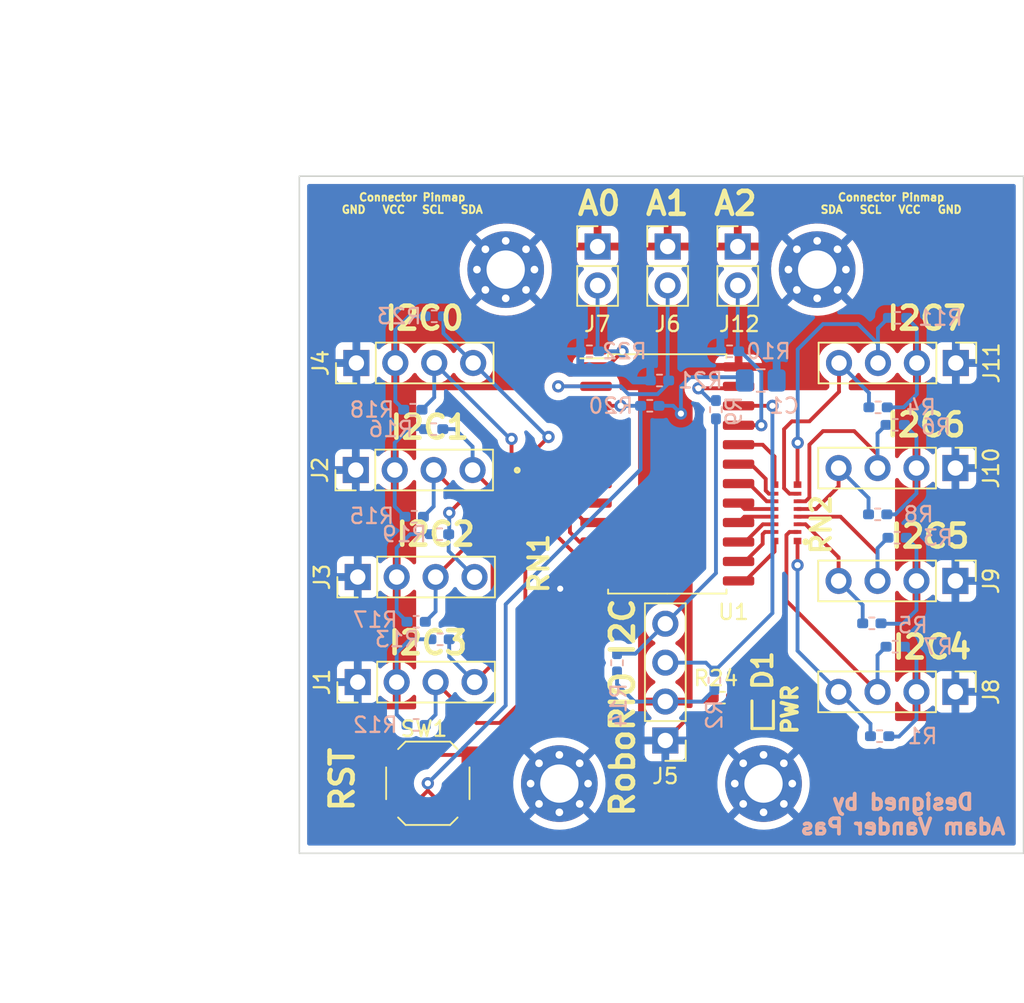
<source format=kicad_pcb>
(kicad_pcb (version 20211014) (generator pcbnew)
  (layers (0 "F.Cu" signal) (31 "B.Cu" signal) (34 "B.Paste" user) (35 "F.Paste" user) (36 "B.SilkS" user "B.Silkscreen") (37 "F.SilkS" user "F.Silkscreen") (38 "B.Mask" user) (39 "F.Mask" user) (44 "Edge.Cuts" user))
  (net 0 "")
  (net 1 "+3V3")
  (net 2 "GND")
  (net 3 "/A0")
  (net 4 "/SCL")
  (net 5 "/SDA")
  (net 6 "/A1")
  (net 7 "/A2")
  (net 8 "/SCL0")
  (net 9 "/SDA0")
  (net 10 "/SCL2")
  (net 11 "/SDA2")
  (net 12 "/SCL4")
  (net 13 "/SDA4")
  (net 14 "/SCL6")
  (net 15 "/SDA6")
  (net 16 "/SCL1")
  (net 17 "/SDA1")
  (net 18 "/SCL3")
  (net 19 "/SDA3")
  (net 20 "/SCL5")
  (net 21 "/SDA5")
  (net 22 "/SCL7")
  (net 23 "/SDA7")
  (net 24 "Net-(RN1-Pad9)")
  (net 25 "Net-(RN1-Pad10)")
  (net 26 "Net-(RN2-Pad11)")
  (net 27 "Net-(RN2-Pad12)")
  (net 28 "Net-(RN2-Pad13)")
  (net 29 "Net-(RN2-Pad14)")
  (net 30 "Net-(RN2-Pad15)")
  (net 31 "Net-(RN2-Pad16)")
  (net 32 "Net-(RN1-Pad11)")
  (net 33 "Net-(RN1-Pad12)")
  (net 34 "Net-(RN1-Pad13)")
  (net 35 "Net-(RN1-Pad14)")
  (net 36 "Net-(RN1-Pad15)")
  (net 37 "Net-(RN1-Pad16)")
  (net 38 "Net-(RN2-Pad9)")
  (net 39 "Net-(RN2-Pad10)")
  (net 40 "Net-(R9-Pad2)")
  (net 41 "Net-(R20-Pad2)")
  (net 42 "Net-(D1-Pad2)")
  (footprint "Connector_PinHeader_2.54mm:PinHeader_1x02_P2.54mm_Vertical" (layer "F.Cu") (at 137.566 58.948)
    (fp_text reference "J6")
    (fp_text value "Conn_01x02")
  )
  (footprint "SamacSys_Parts:LEDC1006X25N" (layer "F.Cu") (at 143.764 89.154 90)
    (fp_text reference "D1")
    (fp_text value "LED" hide)
  )
  (footprint "Connector_PinHeader_2.54mm:PinHeader_1x04_P2.54mm_Vertical" (layer "F.Cu") (at 156.337 88.011 -90)
    (fp_text reference "J8")
    (fp_text value "Conn_01x04")
  )
  (footprint "Connector_PinHeader_2.54mm:PinHeader_1x04_P2.54mm_Vertical" (layer "F.Cu") (at 117.348 80.518 90)
    (fp_text reference "J3")
    (fp_text value "Conn_01x04")
  )
  (footprint "Connector_PinHeader_2.54mm:PinHeader_1x04_P2.54mm_Vertical" (layer "F.Cu") (at 117.221 73.533 90)
    (fp_text reference "J2")
    (fp_text value "Conn_01x04")
  )
  (footprint "Resistor_SMD:R_0402_1005Metric_Pad0.72x0.64mm_HandSolder" (layer "F.Cu") (at 141.1345 88.392 180)
    (fp_text reference "R24")
    (fp_text value "200")
  )
  (footprint "MountingHole:MountingHole_2.5mm_Pad_Via" (layer "F.Cu") (at 147.32 60.452)
    (fp_text reference "REF2" hide)
    (fp_text value "MountingHole_Pad")
  )
  (footprint "Bitmaps:canman_soldermask" (layer "F.Cu") (at 156.464 93.98)
    (fp_text reference "G***" hide)
    (fp_text value "LOGO" hide)
  )
  (footprint "SamacSys_Parts:EXB2HV_1" (layer "F.Cu") (at 145.288 76.327 90)
    (fp_text reference "RN2")
    (fp_text value "R_Pack08" hide)
  )
  (footprint "Connector_PinHeader_2.54mm:PinHeader_1x02_P2.54mm_Vertical" (layer "F.Cu") (at 132.994 58.948)
    (fp_text reference "J7")
    (fp_text value "Conn_01x02")
  )
  (footprint "Connector_PinHeader_2.54mm:PinHeader_1x02_P2.54mm_Vertical" (layer "F.Cu") (at 142.138 58.948)
    (fp_text reference "J12")
    (fp_text value "Conn_01x02")
  )
  (footprint "Bitmaps:canman_copper" (layer "F.Cu") (at 156.464 93.98)
    (fp_text reference "G***" hide)
    (fp_text value "LOGO" hide)
  )
  (footprint "Connector_PinHeader_2.54mm:PinHeader_1x04_P2.54mm_Vertical" (layer "F.Cu") (at 156.3645 66.548 -90)
    (fp_text reference "J11")
    (fp_text value "Conn_01x04")
  )
  (footprint "Button_Switch_SMD:SW_SPST_SKQG_WithStem" (layer "F.Cu") (at 121.92 93.98)
    (fp_text reference "SW1")
    (fp_text value "SW_Push")
  )
  (footprint "MountingHole:MountingHole_2.5mm_Pad_Via" (layer "F.Cu") (at 143.82 94)
    (fp_text reference "REF3" hide)
    (fp_text value "MountingHole_Pad")
  )
  (footprint "MountingHole:MountingHole_2.5mm_Pad_Via" (layer "F.Cu") (at 127 60.452)
    (fp_text reference "REF4" hide)
    (fp_text value "MountingHole_Pad")
  )
  (footprint "Package_SO:SOIC-24W_7.5x15.4mm_P1.27mm" (layer "F.Cu") (at 137.541 73.787)
    (fp_text reference "U1")
    (fp_text value "PCA9548ADW")
  )
  (footprint "Connector_PinHeader_2.54mm:PinHeader_1x04_P2.54mm_Vertical" (layer "F.Cu") (at 156.337 73.406 -90)
    (fp_text reference "J10")
    (fp_text value "Conn_01x04")
  )
  (footprint "Connector_PinHeader_2.54mm:PinHeader_1x04_P2.54mm_Vertical" (layer "F.Cu") (at 137.414 91.186 180)
    (fp_text reference "J5")
    (fp_text value "Conn_01x04")
  )
  (footprint "Connector_PinHeader_2.54mm:PinHeader_1x04_P2.54mm_Vertical" (layer "F.Cu") (at 117.348 87.376 90)
    (fp_text reference "J1")
    (fp_text value "Conn_01x04")
  )
  (footprint "Connector_PinHeader_2.54mm:PinHeader_1x04_P2.54mm_Vertical" (layer "F.Cu") (at 117.2585 66.548 90)
    (fp_text reference "J4")
    (fp_text value "Conn_01x04")
  )
  (footprint "SamacSys_Parts:EXB2HV_1" (layer "F.Cu") (at 129.032 75.438 -90)
    (fp_text reference "RN1")
    (fp_text value "R_Pack08" hide)
  )
  (footprint "Connector_PinHeader_2.54mm:PinHeader_1x04_P2.54mm_Vertical" (layer "F.Cu") (at 156.337 80.772 -90)
    (fp_text reference "J9")
    (fp_text value "Conn_01x04")
  )
  (footprint "MountingHole:MountingHole_2.5mm_Pad_Via" (layer "F.Cu") (at 130.5 94)
    (fp_text reference "REF1" hide)
    (fp_text value "MountingHole_Pad")
  )
  (footprint "Resistor_SMD:R_0402_1005Metric_Pad0.72x0.64mm_HandSolder" (layer "B.Cu") (at 121.158 90.17)
    (fp_text reference "R12")
    (fp_text value "20k")
  )
  (footprint "Resistor_SMD:R_0402_1005Metric_Pad0.72x0.64mm_HandSolder" (layer "B.Cu") (at 122.7195 84.582)
    (fp_text reference "R13")
    (fp_text value "20k")
  )
  (footprint "Resistor_SMD:R_0402_1005Metric_Pad0.72x0.64mm_HandSolder" (layer "B.Cu") (at 151.267 76.429 180)
    (fp_text reference "R8")
    (fp_text value "20k")
  )
  (footprint "Resistor_SMD:R_0402_1005Metric_Pad0.72x0.64mm_HandSolder" (layer "B.Cu") (at 136.398 69.342 180)
    (fp_text reference "R20")
    (fp_text value "20k")
  )
  (footprint "Resistor_SMD:R_0402_1005Metric_Pad0.72x0.64mm_HandSolder" (layer "B.Cu") (at 122.301 70.866)
    (fp_text reference "R16")
    (fp_text value "20k")
  )
  (footprint "Resistor_SMD:R_0402_1005Metric_Pad0.72x0.64mm_HandSolder" (layer "B.Cu") (at 152.537 77.953 180)
    (fp_text reference "R3")
    (fp_text value "20k")
  )
  (footprint "Capacitor_SMD:C_0805_2012Metric_Pad1.18x1.45mm_HandSolder" (layer "B.Cu") (at 143.637 67.691)
    (fp_text reference "C1")
    (fp_text value "C")
  )
  (footprint "Resistor_SMD:R_0402_1005Metric_Pad0.72x0.64mm_HandSolder" (layer "B.Cu") (at 141.605 65.786 180)
    (fp_text reference "R10")
    (fp_text value "20k")
  )
  (footprint "Resistor_SMD:R_0402_1005Metric_Pad0.72x0.64mm_HandSolder" (layer "B.Cu") (at 152.41 70.587 180)
    (fp_text reference "R6")
    (fp_text value "20k")
  )
  (footprint "Resistor_SMD:R_0402_1005Metric_Pad0.72x0.64mm_HandSolder" (layer "B.Cu") (at 137.033 67.691 180)
    (fp_text reference "R21")
    (fp_text value "20k")
  )
  (footprint "Resistor_SMD:R_0402_1005Metric_Pad0.72x0.64mm_HandSolder" (layer "B.Cu") (at 151.2945 69.444 180)
    (fp_text reference "R4")
    (fp_text value "20k")
  )
  (footprint "Resistor_SMD:R_0402_1005Metric_Pad0.72x0.64mm_HandSolder" (layer "B.Cu") (at 140.716 69.596 90)
    (fp_text reference "R9")
    (fp_text value "33")
  )
  (footprint "Resistor_SMD:R_0402_1005Metric_Pad0.72x0.64mm_HandSolder" (layer "B.Cu") (at 122.3385 63.5)
    (fp_text reference "R23")
    (fp_text value "20k")
  )
  (footprint "Resistor_SMD:R_0402_1005Metric_Pad0.72x0.64mm_HandSolder" (layer "B.Cu") (at 120.9415 69.596)
    (fp_text reference "R18")
    (fp_text value "20k")
  )
  (footprint "Resistor_SMD:R_0402_1005Metric_Pad0.72x0.64mm_HandSolder" (layer "B.Cu") (at 152.41 85.065 180)
    (fp_text reference "R7")
    (fp_text value "20k")
  )
  (footprint "Resistor_SMD:R_0402_1005Metric_Pad0.72x0.64mm_HandSolder" (layer "B.Cu") (at 140.614 87.259 90)
    (fp_text reference "R2")
    (fp_text value "1k")
  )
  (footprint "Resistor_SMD:R_0402_1005Metric_Pad0.72x0.64mm_HandSolder" (layer "B.Cu") (at 121.031 76.581)
    (fp_text reference "R15")
    (fp_text value "20k")
  )
  (footprint "Resistor_SMD:R_0402_1005Metric_Pad0.72x0.64mm_HandSolder" (layer "B.Cu") (at 134.264 86.116 90)
    (fp_text reference "R14")
    (fp_text value "1k")
  )
  (footprint "Resistor_SMD:R_0402_1005Metric_Pad0.72x0.64mm_HandSolder" (layer "B.Cu") (at 151.394 90.907 180)
    (fp_text reference "R1")
    (fp_text value "20k")
  )
  (footprint "Resistor_SMD:R_0402_1005Metric_Pad0.72x0.64mm_HandSolder" (layer "B.Cu") (at 152.5645 63.602 180)
    (fp_text reference "R11")
    (fp_text value "20k")
  )
  (footprint "Resistor_SMD:R_0402_1005Metric_Pad0.72x0.64mm_HandSolder" (layer "B.Cu") (at 132.461 65.786 180)
    (fp_text reference "R22")
    (fp_text value "20k")
  )
  (footprint "Resistor_SMD:R_0402_1005Metric_Pad0.72x0.64mm_HandSolder" (layer "B.Cu") (at 122.682 77.724)
    (fp_text reference "R19")
    (fp_text value "20k")
  )
  (footprint "Resistor_SMD:R_0402_1005Metric_Pad0.72x0.64mm_HandSolder" (layer "B.Cu") (at 150.886 83.541 180)
    (fp_text reference "R5")
    (fp_text value "20k")
  )
  (footprint "Resistor_SMD:R_0402_1005Metric_Pad0.72x0.64mm_HandSolder" (layer "B.Cu") (at 121.158 83.439)
    (fp_text reference "R17")
    (fp_text value "20k")
  )
  (gr_rect (start 113.538 54.356) (end 160.782 98.552) (layer "Edge.Cuts") (width 0.1) (fill none))
  (gr_text "Designed by\nAdam Vander Pas" (at 152.908 96.012) (layer "B.SilkS") (effects (font (size 1 1) (thickness 0.25)) (justify mirror)))
  (gr_text "I2C1" (at 122.047 70.739) (layer "F.SilkS") (effects (font (size 1.5 1.5) (thickness 0.3))))
  (gr_text "A1" (at 137.541 56.134) (layer "F.SilkS") (effects (font (size 1.5 1.5) (thickness 0.3))))
  (gr_text "I2C3" (at 121.93 84.811) (layer "F.SilkS") (effects (font (size 1.5 1.5) (thickness 0.3))))
  (gr_text "Connector Pinmap\nSDA   SCL   VCC   GND" (at 152.146 56.134) (layer "F.SilkS") (effects (font (size 0.5 0.5) (thickness 0.125))))
  (gr_text "PWR" (at 145.542 89.154 90) (layer "F.SilkS") (effects (font (size 1 1) (thickness 0.25))))
  (gr_text "Connector Pinmap\nGND   VCC   SCL   SDA" (at 120.904 56.134) (layer "F.SilkS") (effects (font (size 0.5 0.5) (thickness 0.125))))
  (gr_text "RoboRIO I2C" (at 134.62 89.027 90) (layer "F.SilkS") (effects (font (size 1.5 1.5) (thickness 0.3))))
  (gr_text "I2C0" (at 121.7035 63.627) (layer "F.SilkS") (effects (font (size 1.5 1.5) (thickness 0.3))))
  (gr_text "I2C6" (at 154.432 70.587) (layer "F.SilkS") (effects (font (size 1.5 1.5) (thickness 0.3))))
  (gr_text "RST" (at 116.332 93.726 90) (layer "F.SilkS") (effects (font (size 1.5 1.5) (thickness 0.3))))
  (gr_text "I2C5" (at 154.686 77.851) (layer "F.SilkS") (effects (font (size 1.5 1.5) (thickness 0.3))))
  (gr_text "A0" (at 133.096 56.134) (layer "F.SilkS") (effects (font (size 1.5 1.5) (thickness 0.3))))
  (gr_text "A2" (at 141.986 56.134) (layer "F.SilkS") (effects (font (size 1.5 1.5) (thickness 0.3))))
  (gr_text "I2C7" (at 154.4595 63.627) (layer "F.SilkS") (effects (font (size 1.5 1.5) (thickness 0.3))))
  (gr_text "I2C2" (at 122.428 77.724) (layer "F.SilkS") (effects (font (size 1.5 1.5) (thickness 0.3))))
  (gr_text "I2C4" (at 154.813 85.09) (layer "F.SilkS") (effects (font (size 1.5 1.5) (thickness 0.3))))
  (segment (start 140.537 88.392) (end 140.283 88.646) (width 0.25) (layer "F.Cu") (net 1))
  (segment (start 140.283 88.646) (end 137.414 88.646) (width 0.25) (layer "F.Cu") (net 1))
  (via (at 138.43 69.85) (size 0.8) (drill 0.4) (layers "F.Cu" "B.Cu") (net 1))
  (segment (start 139.8245 88.646) (end 137.414 88.646) (width 0.25) (layer "B.Cu") (net 1))
  (segment (start 122.122 84.582) (end 120.762 84.582) (width 0.25) (layer "B.Cu") (net 1))
  (segment (start 153.797 78.6155) (end 153.797 80.772) (width 0.25) (layer "B.Cu") (net 1))
  (segment (start 121.741 63.5) (end 120.6875 63.5) (width 0.25) (layer "B.Cu") (net 1))
  (segment (start 119.888 78.613) (end 119.888 80.518) (width 0.25) (layer "B.Cu") (net 1))
  (segment (start 153.162 63.602) (end 153.8245 64.2645) (width 0.25) (layer "B.Cu") (net 1))
  (segment (start 137.922 69.342) (end 138.303 69.723) (width 0.25) (layer "B.Cu") (net 1))
  (segment (start 153.8245 68.58) (end 153.8245 66.548) (width 0.25) (layer "B.Cu") (net 1))
  (segment (start 119.7985 69.0505) (end 119.7985 66.548) (width 0.25) (layer "B.Cu") (net 1))
  (segment (start 120.65 70.866) (end 119.761 71.755) (width 0.25) (layer "B.Cu") (net 1))
  (segment (start 120.5605 90.17) (end 119.888 89.4975) (width 0.25) (layer "B.Cu") (net 1))
  (segment (start 153.1345 77.953) (end 153.797 78.6155) (width 0.25) (layer "B.Cu") (net 1))
  (segment (start 136.9955 69.342) (end 137.922 69.342) (width 0.25) (layer "B.Cu") (net 1))
  (segment (start 120.6875 63.5) (end 119.7985 64.389) (width 0.25) (layer "B.Cu") (net 1))
  (segment (start 122.0845 77.724) (end 120.777 77.724) (width 0.25) (layer "B.Cu") (net 1))
  (segment (start 151.8645 76.429) (end 152.425 76.429) (width 0.25) (layer "B.Cu") (net 1))
  (segment (start 153.797 82.677) (end 153.797 80.772) (width 0.25) (layer "B.Cu") (net 1))
  (segment (start 119.761 75.9085) (end 119.761 73.533) (width 0.25) (layer "B.Cu") (net 1))
  (segment (start 120.762 84.582) (end 119.888 85.456) (width 0.25) (layer "B.Cu") (net 1))
  (segment (start 135.397 88.646) (end 137.414 88.646) (width 0.25) (layer "B.Cu") (net 1))
  (segment (start 139.027511 67.474489) (end 138.43 68.072) (width 0.25) (layer "B.Cu") (net 1))
  (segment (start 152.425 76.429) (end 153.797 75.057) (width 0.25) (layer "B.Cu") (net 1))
  (segment (start 119.888 89.4975) (end 119.888 87.376) (width 0.25) (layer "B.Cu") (net 1))
  (segment (start 153.797 75.057) (end 153.797 73.406) (width 0.25) (layer "B.Cu") (net 1))
  (segment (start 152.908 83.566) (end 153.797 82.677) (width 0.25) (layer "B.Cu") (net 1))
  (segment (start 142.5995 67.691) (end 142.382989 67.474489) (width 0.25) (layer "B.Cu") (net 1))
  (segment (start 121.7035 70.866) (end 120.65 70.866) (width 0.25) (layer "B.Cu") (net 1))
  (segment (start 152.9605 69.444) (end 153.8245 68.58) (width 0.25) (layer "B.Cu") (net 1))
  (segment (start 119.7985 64.389) (end 119.7985 66.548) (width 0.25) (layer "B.Cu") (net 1))
  (segment (start 120.777 77.724) (end 119.888 78.613) (width 0.25) (layer "B.Cu") (net 1))
  (segment (start 153.797 89.789) (end 153.797 88.011) (width 0.25) (layer "B.Cu") (net 1))
  (segment (start 142.382989 67.474489) (end 139.027511 67.474489) (width 0.25) (layer "B.Cu") (net 1))
  (segment (start 134.264 87.513) (end 135.397 88.646) (width 0.25) (layer "B.Cu") (net 1))
  (segment (start 138.43 68.072) (end 138.43 69.85) (width 0.25) (layer "B.Cu") (net 1))
  (segment (start 153.8245 64.2645) (end 153.8245 66.548) (width 0.25) (layer "B.Cu") (net 1))
  (segment (start 152.0165 90.932) (end 152.654 90.932) (width 0.25) (layer "B.Cu") (net 1))
  (segment (start 119.888 82.7665) (end 119.888 80.518) (width 0.25) (layer "B.Cu") (net 1))
  (segment (start 120.5605 83.439) (end 119.888 82.7665) (width 0.25) (layer "B.Cu") (net 1))
  (segment (start 151.892 69.444) (end 152.9605 69.444) (width 0.25) (layer "B.Cu") (net 1))
  (segment (start 119.888 85.456) (end 119.888 87.376) (width 0.25) (layer "B.Cu") (net 1))
  (segment (start 151.4835 83.541) (end 151.5085 83.566) (width 0.25) (layer "B.Cu") (net 1))
  (segment (start 151.9915 90.907) (end 152.0165 90.932) (width 0.25) (layer "B.Cu") (net 1))
  (segment (start 120.4335 76.581) (end 119.761 75.9085) (width 0.25) (layer "B.Cu") (net 1))
  (segment (start 138.303 69.723) (end 138.43 69.85) (width 0.25) (layer "B.Cu") (net 1))
  (segment (start 140.614 87.8565) (end 139.8245 88.646) (width 0.25) (layer "B.Cu") (net 1))
  (segment (start 151.5085 83.566) (end 152.908 83.566) (width 0.25) (layer "B.Cu") (net 1))
  (segment (start 153.0075 70.587) (end 153.797 71.3765) (width 0.25) (layer "B.Cu") (net 1))
  (segment (start 134.264 86.7135) (end 134.264 87.513) (width 0.25) (layer "B.Cu") (net 1))
  (segment (start 120.344 69.596) (end 119.7985 69.0505) (width 0.25) (layer "B.Cu") (net 1))
  (segment (start 119.761 71.755) (end 119.761 73.533) (width 0.25) (layer "B.Cu") (net 1))
  (segment (start 153.797 71.3765) (end 153.797 73.406) (width 0.25) (layer "B.Cu") (net 1))
  (segment (start 152.654 90.932) (end 153.797 89.789) (width 0.25) (layer "B.Cu") (net 1))
  (segment (start 153.797 85.8545) (end 153.797 88.011) (width 0.25) (layer "B.Cu") (net 1))
  (segment (start 153.0075 85.065) (end 153.797 85.8545) (width 0.25) (layer "B.Cu") (net 1))
  (segment (start 118.82 92.13) (end 125.02 92.13) (width 0.25) (layer "F.Cu") (net 2))
  (segment (start 143.764 89.704) (end 138.896 89.704) (width 0.25) (layer "F.Cu") (net 2))
  (segment (start 138.896 89.704) (end 137.414 91.186) (width 0.25) (layer "F.Cu") (net 2))
  (segment (start 132.383 81.28) (end 130.556 81.28) (width 0.25) (layer "F.Cu") (net 2))
  (segment (start 117.348 90.658) (end 118.82 92.13) (width 0.25) (layer "F.Cu") (net 2))
  (segment (start 117.348 87.376) (end 117.348 90.658) (width 0.25) (layer "F.Cu") (net 2))
  (segment (start 132.891 80.772) (end 132.383 81.28) (width 0.25) (layer "F.Cu") (net 2))
  (via (at 130.556 81.28) (size 0.8) (drill 0.4) (layers "F.Cu" "B.Cu") (net 2))
  (segment (start 132.891 66.802) (end 133.604 66.802) (width 0.25) (layer "F.Cu") (net 3))
  (segment (start 133.604 66.802) (end 134.62 65.786) (width 0.25) (layer "F.Cu") (net 3))
  (via (at 134.62 65.786) (size 0.8) (drill 0.4) (layers "F.Cu" "B.Cu") (net 3))
  (segment (start 134.62 65.786) (end 133.0585 65.786) (width 0.25) (layer "B.Cu") (net 3))
  (segment (start 132.994 65.7215) (end 132.994 61.488) (width 0.25) (layer "B.Cu") (net 3))
  (segment (start 133.0585 65.786) (end 132.994 65.7215) (width 0.25) (layer "B.Cu") (net 3))
  (segment (start 142.191 69.342) (end 144.399 69.342) (width 0.25) (layer "F.Cu") (net 4))
  (via (at 144.399 69.342) (size 0.8) (drill 0.4) (layers "F.Cu" "B.Cu") (net 4))
  (segment (start 140.0585 86.106) (end 137.414 86.106) (width 0.25) (layer "B.Cu") (net 4))
  (segment (start 140.614 86.6615) (end 140.0585 86.106) (width 0.25) (layer "B.Cu") (net 4))
  (segment (start 144.399 82.8765) (end 140.614 86.6615) (width 0.25) (layer "B.Cu") (net 4))
  (segment (start 144.399 69.342) (end 144.399 82.8765) (width 0.25) (layer "B.Cu") (net 4))
  (segment (start 135.4615 85.5185) (end 137.414 83.566) (width 0.25) (layer "B.Cu") (net 5))
  (segment (start 134.264 85.5185) (end 135.4615 85.5185) (width 0.25) (layer "B.Cu") (net 5))
  (segment (start 140.716 70.1935) (end 140.716 80.264) (width 0.25) (layer "B.Cu") (net 5))
  (segment (start 140.716 80.264) (end 137.414 83.566) (width 0.25) (layer "B.Cu") (net 5))
  (segment (start 130.429 68.072) (end 132.891 68.072) (width 0.25) (layer "F.Cu") (net 6))
  (via (at 130.429 68.072) (size 0.8) (drill 0.4) (layers "F.Cu" "B.Cu") (net 6))
  (segment (start 137.6305 67.8555) (end 136.906 68.58) (width 0.25) (layer "B.Cu") (net 6))
  (segment (start 137.6305 67.691) (end 137.6305 67.8555) (width 0.25) (layer "B.Cu") (net 6))
  (segment (start 136.906 68.58) (end 135.001 68.58) (width 0.25) (layer "B.Cu") (net 6))
  (segment (start 137.566 67.6265) (end 137.566 61.488) (width 0.25) (layer "B.Cu") (net 6))
  (segment (start 137.668 67.7285) (end 137.6305 67.691) (width 0.25) (layer "B.Cu") (net 6))
  (segment (start 135.001 68.58) (end 134.493 68.072) (width 0.25) (layer "B.Cu") (net 6))
  (segment (start 134.493 68.072) (end 130.429 68.072) (width 0.25) (layer "B.Cu") (net 6))
  (segment (start 137.6305 67.691) (end 137.566 67.6265) (width 0.25) (layer "B.Cu") (net 6))
  (segment (start 142.191 70.612) (end 143.6745 70.612) (width 0.25) (layer "F.Cu") (net 7))
  (via (at 143.6745 70.612) (size 0.8) (drill 0.4) (layers "F.Cu" "B.Cu") (net 7))
  (segment (start 142.319493 65.786) (end 142.2025 65.786) (width 0.25) (layer "B.Cu") (net 7))
  (segment (start 142.24 65.8235) (end 142.2025 65.786) (width 0.25) (layer "B.Cu") (net 7))
  (segment (start 143.6745 70.612) (end 143.6745 67.141007) (width 0.25) (layer "B.Cu") (net 7))
  (segment (start 142.138 65.7215) (end 142.138 61.488) (width 0.25) (layer "B.Cu") (net 7))
  (segment (start 142.2025 65.786) (end 142.138 65.7215) (width 0.25) (layer "B.Cu") (net 7))
  (segment (start 143.6745 67.141007) (end 142.319493 65.786) (width 0.25) (layer "B.Cu") (net 7))
  (segment (start 128.282 74.188) (end 127.757978 74.188) (width 0.25) (layer "F.Cu") (net 8))
  (segment (start 127.757978 74.188) (end 127.381 73.811022) (width 0.25) (layer "F.Cu") (net 8))
  (segment (start 127.381 73.811022) (end 127.381 71.501) (width 0.25) (layer "F.Cu") (net 8))
  (via (at 127.381 71.501) (size 0.8) (drill 0.4) (layers "F.Cu" "B.Cu") (net 8))
  (segment (start 122.3385 68.7965) (end 122.3385 66.548) (width 0.25) (layer "B.Cu") (net 8))
  (segment (start 127.2915 71.501) (end 122.3385 66.548) (width 0.25) (layer "B.Cu") (net 8))
  (segment (start 127.381 71.501) (end 127.2915 71.501) (width 0.25) (layer "B.Cu") (net 8))
  (segment (start 121.539 69.596) (end 122.3385 68.7965) (width 0.25) (layer "B.Cu") (net 8))
  (segment (start 128.282 73.6005) (end 128.282 72.886) (width 0.25) (layer "F.Cu") (net 9))
  (segment (start 128.282 72.886) (end 129.794 71.374) (width 0.25) (layer "F.Cu") (net 9))
  (via (at 129.794 71.374) (size 0.8) (drill 0.4) (layers "F.Cu" "B.Cu") (net 9))
  (segment (start 122.936 64.6055) (end 124.8785 66.548) (width 0.25) (layer "B.Cu") (net 9))
  (segment (start 122.936 63.5) (end 122.936 64.6055) (width 0.25) (layer "B.Cu") (net 9))
  (segment (start 129.794 71.374) (end 129.7045 71.374) (width 0.25) (layer "B.Cu") (net 9))
  (segment (start 129.7045 71.374) (end 124.8785 66.548) (width 0.25) (layer "B.Cu") (net 9))
  (segment (start 126.758 76.188) (end 122.428 80.518) (width 0.25) (layer "F.Cu") (net 10))
  (segment (start 128.282 76.188) (end 126.758 76.188) (width 0.25) (layer "F.Cu") (net 10))
  (segment (start 122.428 82.7665) (end 122.428 80.518) (width 0.25) (layer "B.Cu") (net 10))
  (segment (start 121.7555 83.439) (end 122.428 82.7665) (width 0.25) (layer "B.Cu") (net 10))
  (segment (start 128.282 75.688) (end 123.956 75.688) (width 0.25) (layer "F.Cu") (net 11))
  (segment (start 123.956 75.688) (end 123.317 76.327) (width 0.25) (layer "F.Cu") (net 11))
  (via (at 123.317 76.327) (size 0.8) (drill 0.4) (layers "F.Cu" "B.Cu") (net 11))
  (segment (start 123.317 76.327) (end 123.317 77.6865) (width 0.25) (layer "B.Cu") (net 11))
  (segment (start 123.2795 78.8295) (end 124.968 80.518) (width 0.25) (layer "B.Cu") (net 11))
  (segment (start 123.2795 77.724) (end 123.2795 78.8295) (width 0.25) (layer "B.Cu") (net 11))
  (segment (start 123.317 77.6865) (end 123.2795 77.724) (width 0.25) (layer "B.Cu") (net 11))
  (segment (start 145.513978 77.577) (end 145.313489 77.777489) (width 0.25) (layer "F.Cu") (net 12))
  (segment (start 146.038 77.577) (end 145.513978 77.577) (width 0.25) (layer "F.Cu") (net 12))
  (segment (start 145.313489 77.777489) (end 145.313489 82.067489) (width 0.25) (layer "F.Cu") (net 12))
  (segment (start 145.313489 82.067489) (end 151.257 88.011) (width 0.25) (layer "F.Cu") (net 12))
  (segment (start 151.257 85.6205) (end 151.257 88.011) (width 0.25) (layer "B.Cu") (net 12))
  (segment (start 151.8125 85.065) (end 151.257 85.6205) (width 0.25) (layer "B.Cu") (net 12))
  (segment (start 146.038 78.1645) (end 146.038 79.744) (width 0.25) (layer "F.Cu") (net 13))
  (via (at 146.038 79.744) (size 0.8) (drill 0.4) (layers "F.Cu" "B.Cu") (net 13))
  (segment (start 146.038 79.744) (end 146.038 85.332) (width 0.25) (layer "B.Cu") (net 13))
  (segment (start 150.7965 90.0905) (end 148.717 88.011) (width 0.25) (layer "B.Cu") (net 13))
  (segment (start 146.038 85.332) (end 148.717 88.011) (width 0.25) (layer "B.Cu") (net 13))
  (segment (start 150.7965 90.907) (end 150.7965 90.0905) (width 0.25) (layer "B.Cu") (net 13))
  (segment (start 146.812 75.327022) (end 146.812 71.882) (width 0.25) (layer "F.Cu") (net 14))
  (segment (start 146.038 75.577) (end 146.562022 75.577) (width 0.25) (layer "F.Cu") (net 14))
  (segment (start 146.812 71.882) (end 147.701 70.993) (width 0.25) (layer "F.Cu") (net 14))
  (segment (start 146.562022 75.577) (end 146.812 75.327022) (width 0.25) (layer "F.Cu") (net 14))
  (segment (start 147.701 70.993) (end 149.733 70.993) (width 0.25) (layer "F.Cu") (net 14))
  (segment (start 151.257 72.517) (end 151.257 73.406) (width 0.25) (layer "F.Cu") (net 14))
  (segment (start 149.733 70.993) (end 151.257 72.517) (width 0.25) (layer "F.Cu") (net 14))
  (segment (start 151.257 71.1425) (end 151.257 73.406) (width 0.25) (layer "B.Cu") (net 14))
  (segment (start 151.8125 70.587) (end 151.257 71.1425) (width 0.25) (layer "B.Cu") (net 14))
  (segment (start 146.038 76.077) (end 147.248081 76.077) (width 0.25) (layer "F.Cu") (net 15))
  (segment (start 148.717 74.608081) (end 148.717 73.406) (width 0.25) (layer "F.Cu") (net 15))
  (segment (start 147.248081 76.077) (end 148.717 74.608081) (width 0.25) (layer "F.Cu") (net 15))
  (segment (start 150.6695 75.3585) (end 148.717 73.406) (width 0.25) (layer "B.Cu") (net 15))
  (segment (start 150.6695 76.429) (end 150.6695 75.3585) (width 0.25) (layer "B.Cu") (net 15))
  (segment (start 128.282 75.188) (end 123.956 75.188) (width 0.25) (layer "F.Cu") (net 16))
  (segment (start 123.956 75.188) (end 122.301 73.533) (width 0.25) (layer "F.Cu") (net 16))
  (segment (start 121.6285 76.581) (end 122.301 75.9085) (width 0.25) (layer "B.Cu") (net 16))
  (segment (start 122.301 75.9085) (end 122.301 73.533) (width 0.25) (layer "B.Cu") (net 16))
  (segment (start 128.282 74.688) (end 125.996 74.688) (width 0.25) (layer "F.Cu") (net 17))
  (segment (start 125.996 74.688) (end 124.841 73.533) (width 0.25) (layer "F.Cu") (net 17))
  (segment (start 124.841 72.009) (end 123.698 70.866) (width 0.25) (layer "B.Cu") (net 17))
  (segment (start 124.841 73.533) (end 124.841 72.009) (width 0.25) (layer "B.Cu") (net 17))
  (segment (start 123.698 70.866) (end 122.8985 70.866) (width 0.25) (layer "B.Cu") (net 17))
  (segment (start 126.619 90.043) (end 125.095 90.043) (width 0.25) (layer "F.Cu") (net 18))
  (segment (start 125.095 90.043) (end 122.428 87.376) (width 0.25) (layer "F.Cu") (net 18))
  (segment (start 128.282 77.2755) (end 128.282 88.38) (width 0.25) (layer "F.Cu") (net 18))
  (segment (start 128.282 88.38) (end 126.619 90.043) (width 0.25) (layer "F.Cu") (net 18))
  (segment (start 121.7555 90.17) (end 122.428 89.4975) (width 0.25) (layer "B.Cu") (net 18))
  (segment (start 122.428 89.4975) (end 122.428 87.376) (width 0.25) (layer "B.Cu") (net 18))
  (segment (start 126.142511 78.303467) (end 126.142511 86.201489) (width 0.25) (layer "F.Cu") (net 19))
  (segment (start 128.282 76.688) (end 127.757978 76.688) (width 0.25) (layer "F.Cu") (net 19))
  (segment (start 126.142511 86.201489) (end 124.968 87.376) (width 0.25) (layer "F.Cu") (net 19))
  (segment (start 127.757978 76.688) (end 126.142511 78.303467) (width 0.25) (layer "F.Cu") (net 19))
  (segment (start 123.317 85.725) (end 124.968 87.376) (width 0.25) (layer "B.Cu") (net 19))
  (segment (start 123.317 84.582) (end 123.317 85.725) (width 0.25) (layer "B.Cu") (net 19))
  (segment (start 151.257 78.994) (end 151.257 80.772) (width 0.25) (layer "F.Cu") (net 20))
  (segment (start 146.038 76.577) (end 148.84 76.577) (width 0.25) (layer "F.Cu") (net 20))
  (segment (start 148.84 76.577) (end 151.257 78.994) (width 0.25) (layer "F.Cu") (net 20))
  (segment (start 151.257 78.6355) (end 151.257 80.772) (width 0.25) (layer "B.Cu") (net 20))
  (segment (start 151.9395 77.953) (end 151.257 78.6355) (width 0.25) (layer "B.Cu") (net 20))
  (segment (start 146.562022 77.077) (end 148.717 79.231978) (width 0.25) (layer "F.Cu") (net 21))
  (segment (start 148.717 79.231978) (end 148.717 80.772) (width 0.25) (layer "F.Cu") (net 21))
  (segment (start 146.038 77.077) (end 146.562022 77.077) (width 0.25) (layer "F.Cu") (net 21))
  (segment (start 150.2885 83.541) (end 150.2885 82.3435) (width 0.25) (layer "B.Cu") (net 21))
  (segment (start 150.2885 82.3435) (end 148.717 80.772) (width 0.25) (layer "B.Cu") (net 21))
  (segment (start 146.038 74.4895) (end 146.038 71.767) (width 0.25) (layer "F.Cu") (net 22))
  (segment (start 146.038 71.767) (end 146.05 71.755) (width 0.25) (layer "F.Cu") (net 22))
  (via (at 146.05 71.755) (size 0.8) (drill 0.4) (layers "F.Cu" "B.Cu") (net 22))
  (segment (start 151.2845 64.2845) (end 151.2845 66.548) (width 0.25) (layer "B.Cu") (net 22))
  (segment (start 146.05 71.755) (end 146.05 65.659) (width 0.25) (layer "B.Cu") (net 22))
  (segment (start 146.05 65.659) (end 147.701 64.008) (width 0.25) (layer "B.Cu") (net 22))
  (segment (start 151.2845 65.3055) (end 151.2845 66.548) (width 0.25) (layer "B.Cu") (net 22))
  (segment (start 147.701 64.008) (end 149.987 64.008) (width 0.25) (layer "B.Cu") (net 22))
  (segment (start 149.987 64.008) (end 151.2845 65.3055) (width 0.25) (layer "B.Cu") (net 22))
  (segment (start 151.967 63.602) (end 151.2845 64.2845) (width 0.25) (layer "B.Cu") (net 22))
  (segment (start 145.161 70.866) (end 145.669 70.358) (width 0.25) (layer "F.Cu") (net 23))
  (segment (start 148.7445 68.4255) (end 148.7445 66.548) (width 0.25) (layer "F.Cu") (net 23))
  (segment (start 146.812 70.358) (end 148.7445 68.4255) (width 0.25) (layer "F.Cu") (net 23))
  (segment (start 145.669 70.358) (end 146.812 70.358) (width 0.25) (layer "F.Cu") (net 23))
  (segment (start 145.161 74.724022) (end 145.161 70.866) (width 0.25) (layer "F.Cu") (net 23))
  (segment (start 145.513978 75.077) (end 145.161 74.724022) (width 0.25) (layer "F.Cu") (net 23))
  (segment (start 146.038 75.077) (end 145.513978 75.077) (width 0.25) (layer "F.Cu") (net 23))
  (segment (start 150.697 68.5005) (end 148.7445 66.548) (width 0.25) (layer "B.Cu") (net 23))
  (segment (start 150.697 69.444) (end 150.697 68.5005) (width 0.25) (layer "B.Cu") (net 23))
  (segment (start 132.891 79.502) (end 132.0085 79.502) (width 0.25) (layer "F.Cu") (net 24))
  (segment (start 132.0085 79.502) (end 129.782 77.2755) (width 0.25) (layer "F.Cu") (net 24))
  (segment (start 132.891 78.232) (end 131.826 78.232) (width 0.25) (layer "F.Cu") (net 25))
  (segment (start 131.044 76.688) (end 129.782 76.688) (width 0.25) (layer "F.Cu") (net 25))
  (segment (start 131.826 78.232) (end 131.191 77.597) (width 0.25) (layer "F.Cu") (net 25))
  (segment (start 131.191 77.597) (end 131.191 76.835) (width 0.25) (layer "F.Cu") (net 25))
  (segment (start 131.191 76.835) (end 131.044 76.688) (width 0.25) (layer "F.Cu") (net 25))
  (segment (start 142.191 74.422) (end 142.874282 74.422) (width 0.25) (layer "F.Cu") (net 26))
  (segment (start 144.029282 75.577) (end 144.538 75.577) (width 0.25) (layer "F.Cu") (net 26))
  (segment (start 142.874282 74.422) (end 144.029282 75.577) (width 0.25) (layer "F.Cu") (net 26))
  (segment (start 142.576 76.077) (end 144.538 76.077) (width 0.25) (layer "F.Cu") (net 27))
  (segment (start 142.191 75.692) (end 142.576 76.077) (width 0.25) (layer "F.Cu") (net 27))
  (segment (start 142.191 76.962) (end 142.576 76.577) (width 0.25) (layer "F.Cu") (net 28))
  (segment (start 142.576 76.577) (end 144.538 76.577) (width 0.25) (layer "F.Cu") (net 28))
  (segment (start 142.191 78.232) (end 142.621 78.232) (width 0.25) (layer "F.Cu") (net 29))
  (segment (start 142.621 78.232) (end 143.776 77.077) (width 0.25) (layer "F.Cu") (net 29))
  (segment (start 143.776 77.077) (end 144.538 77.077) (width 0.25) (layer "F.Cu") (net 29))
  (segment (start 142.191 79.502) (end 142.617072 79.502) (width 0.25) (layer "F.Cu") (net 30))
  (segment (start 143.764359 78.354713) (end 143.764359 77.724359) (width 0.25) (layer "F.Cu") (net 30))
  (segment (start 142.617072 79.502) (end 143.764359 78.354713) (width 0.25) (layer "F.Cu") (net 30))
  (segment (start 143.764359 77.724359) (end 143.911718 77.577) (width 0.25) (layer "F.Cu") (net 30))
  (segment (start 143.911718 77.577) (end 144.538 77.577) (width 0.25) (layer "F.Cu") (net 30))
  (segment (start 142.617072 80.772) (end 144.538 78.851072) (width 0.25) (layer "F.Cu") (net 31))
  (segment (start 144.538 78.851072) (end 144.538 78.1645) (width 0.25) (layer "F.Cu") (net 31))
  (segment (start 142.191 80.772) (end 142.617072 80.772) (width 0.25) (layer "F.Cu") (net 31))
  (segment (start 132.891 76.962) (end 132.207 76.962) (width 0.25) (layer "F.Cu") (net 32))
  (segment (start 132.207 76.962) (end 131.433 76.188) (width 0.25) (layer "F.Cu") (net 32))
  (segment (start 131.433 76.188) (end 129.782 76.188) (width 0.25) (layer "F.Cu") (net 32))
  (segment (start 132.891 75.692) (end 132.887 75.688) (width 0.25) (layer "F.Cu") (net 33))
  (segment (start 132.887 75.688) (end 129.782 75.688) (width 0.25) (layer "F.Cu") (net 33))
  (segment (start 131.343458 74.422) (end 130.577458 75.188) (width 0.25) (layer "F.Cu") (net 34))
  (segment (start 132.891 74.422) (end 131.343458 74.422) (width 0.25) (layer "F.Cu") (net 34))
  (segment (start 130.577458 75.188) (end 129.782 75.188) (width 0.25) (layer "F.Cu") (net 34))
  (segment (start 131.196364 73.152) (end 131.066682 73.281682) (width 0.25) (layer "F.Cu") (net 35))
  (segment (start 132.891 73.152) (end 131.196364 73.152) (width 0.25) (layer "F.Cu") (net 35))
  (segment (start 131.066682 73.281682) (end 131.066682 74.063058) (width 0.25) (layer "F.Cu") (net 35))
  (segment (start 131.066682 74.063058) (end 130.44174 74.688) (width 0.25) (layer "F.Cu") (net 35))
  (segment (start 130.44174 74.688) (end 129.782 74.688) (width 0.25) (layer "F.Cu") (net 35))
  (segment (start 130.556 73.156646) (end 131.830646 71.882) (width 0.25) (layer "F.Cu") (net 36))
  (segment (start 129.782 74.188) (end 130.306022 74.188) (width 0.25) (layer "F.Cu") (net 36))
  (segment (start 131.830646 71.882) (end 132.891 71.882) (width 0.25) (layer "F.Cu") (net 36))
  (segment (start 130.556 73.938022) (end 130.556 73.156646) (width 0.25) (layer "F.Cu") (net 36))
  (segment (start 130.306022 74.188) (end 130.556 73.938022) (width 0.25) (layer "F.Cu") (net 36))
  (segment (start 132.891 70.612) (end 132.464928 70.612) (width 0.25) (layer "F.Cu") (net 37))
  (segment (start 129.782 73.294928) (end 129.782 73.6005) (width 0.25) (layer "F.Cu") (net 37))
  (segment (start 132.464928 70.612) (end 129.782 73.294928) (width 0.25) (layer "F.Cu") (net 37))
  (segment (start 143.764 71.882) (end 144.538 72.656) (width 0.25) (layer "F.Cu") (net 38))
  (segment (start 144.538 72.656) (end 144.538 74.4895) (width 0.25) (layer "F.Cu") (net 38))
  (segment (start 142.191 71.882) (end 143.764 71.882) (width 0.25) (layer "F.Cu") (net 38))
  (segment (start 144.165 75.077) (end 144.538 75.077) (width 0.25) (layer "F.Cu") (net 39))
  (segment (start 143.963489 74.113489) (end 143.963489 74.875489) (width 0.25) (layer "F.Cu") (net 39))
  (segment (start 143.963489 74.875489) (end 144.165 75.077) (width 0.25) (layer "F.Cu") (net 39))
  (segment (start 142.191 73.152) (end 143.002 73.152) (width 0.25) (layer "F.Cu") (net 39))
  (segment (start 143.002 73.152) (end 143.963489 74.113489) (width 0.25) (layer "F.Cu") (net 39))
  (segment (start 142.064 68.199) (end 142.191 68.072) (width 0.25) (layer "F.Cu") (net 40))
  (segment (start 139.573 68.199) (end 142.064 68.199) (width 0.25) (layer "F.Cu") (net 40))
  (via (at 139.573 68.199) (size 0.8) (drill 0.4) (layers "F.Cu" "B.Cu") (net 40))
  (segment (start 140.3725 68.9985) (end 139.573 68.199) (width 0.25) (layer "B.Cu") (net 40))
  (segment (start 140.716 68.9985) (end 140.3725 68.9985) (width 0.25) (layer "B.Cu") (net 40))
  (segment (start 123.293196 95.83) (end 125.02 95.83) (width 0.25) (layer "F.Cu") (net 41))
  (segment (start 121.92 93.98) (end 121.92 94.456804) (width 0.25) (layer "F.Cu") (net 41))
  (segment (start 121.92 94.456804) (end 123.293196 95.83) (width 0.25) (layer "F.Cu") (net 41))
  (segment (start 121.92 94.456804) (end 120.546804 95.83) (width 0.25) (layer "F.Cu") (net 41))
  (segment (start 132.891 69.342) (end 134.493 69.342) (width 0.25) (layer "F.Cu") (net 41))
  (segment (start 120.546804 95.83) (end 118.82 95.83) (width 0.25) (layer "F.Cu") (net 41))
  (via (at 121.92 93.98) (size 0.8) (drill 0.4) (layers "F.Cu" "B.Cu") (net 41))
  (via (at 134.493 69.342) (size 0.8) (drill 0.4) (layers "F.Cu" "B.Cu") (net 41))
  (segment (start 134.493 69.342) (end 135.8005 69.342) (width 0.25) (layer "B.Cu") (net 41))
  (segment (start 127 88.9) (end 127 82.296) (width 0.25) (layer "B.Cu") (net 41))
  (segment (start 127 82.296) (end 135.8005 73.4955) (width 0.25) (layer "B.Cu") (net 41))
  (segment (start 121.92 93.98) (end 127 88.9) (width 0.25) (layer "B.Cu") (net 41))
  (segment (start 135.8005 73.4955) (end 135.8005 69.342) (width 0.25) (layer "B.Cu") (net 41))
  (segment (start 141.732 88.392) (end 143.552 88.392) (width 0.25) (layer "F.Cu") (net 42))
  (segment (start 143.552 88.392) (end 143.764 88.604) (width 0.25) (layer "F.Cu") (net 42))
  (zone (net 1) (net_name "+3V3") (layer "F.Cu") (connect_pads (clearance 0.508)) (min_thickness 0.254) (fill yes (thermal_gap 0.508) (thermal_bridge_width 0.508))
    (polygon (pts (xy 155.067 68.326) (xy 119.126 68.326) (xy 119.126 59.69) (xy 155.067 59.69)))
  )
  (zone (net 1) (net_name "+3V3") (layer "F.Cu") (connect_pads (clearance 0.508)) (min_thickness 0.254) (fill yes (thermal_gap 0.508) (thermal_bridge_width 0.508))
    (polygon (pts (xy 121.158 89.154) (xy 118.364 89.154) (xy 118.364 57.15) (xy 121.158 57.15)))
  )
  (zone (net 1) (net_name "+3V3") (layer "F.Cu") (connect_pads (clearance 0.508)) (min_thickness 0.254) (fill yes (thermal_gap 0.508) (thermal_bridge_width 0.508))
    (polygon (pts (xy 155.194 89.916) (xy 152.4 89.916) (xy 152.4 57.15) (xy 155.194 57.15)))
  )
  (zone (net 1) (net_name "+3V3") (layer "F.Cu") (connect_pads (clearance 0.508)) (min_thickness 0.254) (fill yes (thermal_gap 0.508) (thermal_bridge_width 0.508))
    (polygon (pts (xy 139.192 89.916) (xy 135.636 89.916) (xy 135.636 67.945) (xy 139.192 67.945)))
  )
  (zone (net 1) (net_name "+3V3") (layer "F.Cu") (connect_pads (clearance 0.508)) (min_thickness 0.254) (fill yes (thermal_gap 0.508) (thermal_bridge_width 0.508))
    (polygon (pts (xy 155.194 60.198) (xy 118.364 60.198) (xy 118.364 57.15) (xy 155.194 57.15)))
  )
  (zone (net 2) (net_name "GND") (layer "B.Cu") (connect_pads (clearance 0.508)) (min_thickness 0.254) (fill yes (thermal_gap 0.508) (thermal_bridge_width 0.508))
    (polygon (pts (xy 160.655 98.425) (xy 113.665 98.425) (xy 113.665 54.483) (xy 160.655 54.483)))
  )
)
</source>
